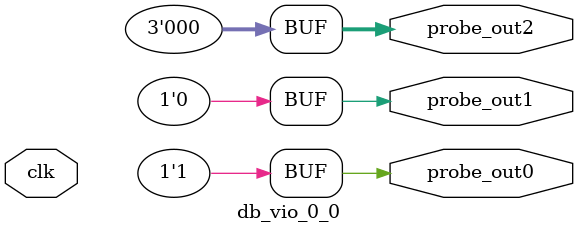
<source format=v>
`timescale 1ns / 1ps
module db_vio_0_0 (
clk,

probe_out0,
probe_out1,
probe_out2
);

input clk;

output reg [0 : 0] probe_out0 = 'h1 ;
output reg [0 : 0] probe_out1 = 'h0 ;
output reg [2 : 0] probe_out2 = 'h0 ;


endmodule

</source>
